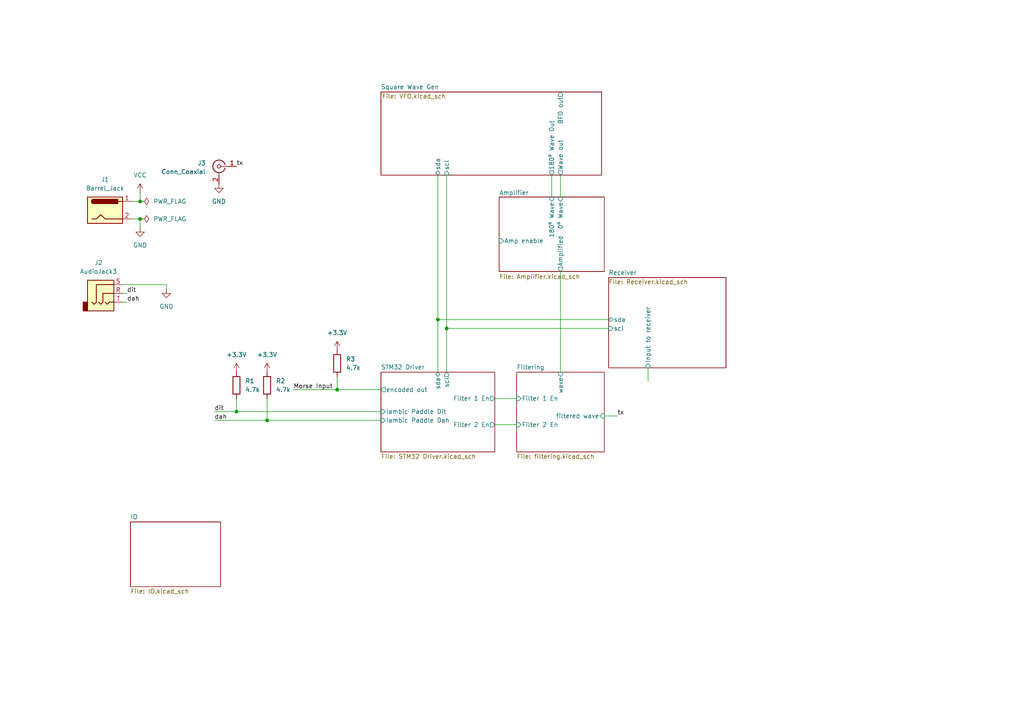
<source format=kicad_sch>
(kicad_sch (version 20231120) (generator "eeschema") (generator_version "8.0")
  (paper "A4")
  (title_block (title "CW HF Transceiver") (rev "1"))
  (lib_symbols
    (symbol "Connector:Barrel_Jack" (pin_names (offset 1.016))
      (property "Reference" "J" (at 0 5.334 0))
      (property "Value" "Barrel_Jack" (at 0 -5.08 0))
      (symbol "Barrel_Jack_0_1"
        (rectangle (start -5.08 3.81) (end 5.08 -3.81) (stroke (width 0.254)) (fill (type background)))
        (arc (start -3.302 3.175) (mid -3.9343 2.54) (end -3.302 1.905) (stroke (width 0.254)))
        (arc (start -3.302 3.175) (mid -3.9343 2.54) (end -3.302 1.905) (stroke (width 0.254)) (fill (type outline)))
        (polyline (pts (xy 5.08 2.54) (xy 3.81 2.54)) (stroke (width 0.254)))
        (polyline (pts (xy -3.81 -2.54) (xy -2.54 -2.54) (xy -1.27 -1.27) (xy 0 -2.54) (xy 2.54 -2.54) (xy 5.08 -2.54)) (stroke (width 0.254)))
        (rectangle (start 3.683 3.175) (end -3.302 1.905) (stroke (width 0.254)) (fill (type outline)))
      )
      (symbol "Barrel_Jack_1_1"
        (pin passive line (at 7.62 2.54 180) (length 2.54) (name "~") (number "1"))
        (pin passive line (at 7.62 -2.54 180) (length 2.54) (name "~") (number "2"))
      )
    )
    (symbol "Connector:Conn_Coaxial" (pin_names (offset 1.016) hide)
      (property "Reference" "J" (at 0.254 3.048 0))
      (property "Value" "Conn_Coaxial" (at 2.921 0 90))
      (symbol "Conn_Coaxial_0_1"
        (arc (start -1.778 -0.508) (mid 0.2311 -1.8066) (end 1.778 0) (stroke (width 0.254)))
        (polyline (pts (xy -2.54 0) (xy -0.508 0)))
        (polyline (pts (xy 0 -2.54) (xy 0 -1.778)))
        (circle (center 0 0) (radius 0.508) (stroke (width 0.2032)))
        (arc (start 1.778 0) (mid 0.2099 1.8101) (end -1.778 0.508) (stroke (width 0.254)))
      )
      (symbol "Conn_Coaxial_1_1"
        (pin passive line (at -5.08 0 0) (length 2.54) (name "In") (number "1"))
        (pin passive line (at 0 -5.08 90) (length 2.54) (name "Ext") (number "2"))
      )
    )
    (symbol "Connector_Audio:AudioJack3"
      (property "Reference" "J" (at 0 8.89 0))
      (property "Value" "AudioJack3" (at 0 6.35 0))
      (symbol "AudioJack3_0_1"
        (rectangle (start -5.08 -5.08) (end -6.35 -2.54) (stroke (width 0.254)) (fill (type outline)))
        (polyline (pts (xy 0 -2.54) (xy 0.635 -3.175) (xy 1.27 -2.54) (xy 2.54 -2.54)) (stroke (width 0.254)))
        (polyline (pts (xy -1.905 -2.54) (xy -1.27 -3.175) (xy -0.635 -2.54) (xy -0.635 0) (xy 2.54 0)) (stroke (width 0.254)))
        (polyline (pts (xy 2.54 2.54) (xy -2.54 2.54) (xy -2.54 -2.54) (xy -3.175 -3.175) (xy -3.81 -2.54)) (stroke (width 0.254)))
        (rectangle (start 2.54 3.81) (end -5.08 -5.08) (stroke (width 0.254)) (fill (type background)))
      )
      (symbol "AudioJack3_1_1"
        (pin passive line (at 5.08 0 180) (length 2.54) (name "~") (number "R"))
        (pin passive line (at 5.08 2.54 180) (length 2.54) (name "~") (number "S"))
        (pin passive line (at 5.08 -2.54 180) (length 2.54) (name "~") (number "T"))
      )
    )
    (symbol "Device:R" (pin_numbers hide) (pin_names (offset 0))
      (property "Reference" "R" (at 2.032 0 90))
      (property "Value" "R" (at 0 0 90))
      (symbol "R_0_1"
        (rectangle (start -1.016 -2.54) (end 1.016 2.54) (stroke (width 0.254)))
      )
      (symbol "R_1_1"
        (pin passive line (at 0 3.81 270) (length 1.27) (name "~") (number "1"))
        (pin passive line (at 0 -3.81 90) (length 1.27) (name "~") (number "2"))
      )
    )
    (symbol "power:+3.3V" (power) (pin_numbers hide) (pin_names (offset 0) hide)
      (property "Value" "+3.3V" (at 0 3.556 0))
      (symbol "+3.3V_0_1"
        (polyline (pts (xy -0.762 1.27) (xy 0 2.54)))
        (polyline (pts (xy 0 0) (xy 0 2.54)))
        (polyline (pts (xy 0 2.54) (xy 0.762 1.27)))
      )
      (symbol "+3.3V_1_1"
        (pin power_in line (at 0 0 90) (length 0) (name "~") (number "1"))
      )
    )
    (symbol "power:GND" (power) (pin_numbers hide) (pin_names (offset 0) hide)
      (property "Value" "GND" (at 0 -3.81 0))
      (symbol "GND_0_1"
        (polyline (pts (xy 0 0) (xy 0 -1.27) (xy 1.27 -1.27) (xy 0 -2.54) (xy -1.27 -1.27) (xy 0 -1.27)))
      )
      (symbol "GND_1_1"
        (pin power_in line (at 0 0 270) (length 0) (name "~") (number "1"))
      )
    )
    (symbol "power:PWR_FLAG" (power) (pin_numbers hide) (pin_names (offset 0) hide)
      (property "Value" "PWR_FLAG" (at 0 3.81 0))
      (symbol "PWR_FLAG_0_0"
        (pin power_out line (at 0 0 90) (length 0) (name "~") (number "1"))
      )
      (symbol "PWR_FLAG_0_1"
        (polyline (pts (xy 0 0) (xy 0 1.27) (xy -1.016 1.905) (xy 0 2.54) (xy 1.016 1.905) (xy 0 1.27)))
      )
    )
    (symbol "power:VCC" (power) (pin_numbers hide) (pin_names (offset 0) hide)
      (property "Value" "VCC" (at 0 3.556 0))
      (symbol "VCC_0_1"
        (polyline (pts (xy -0.762 1.27) (xy 0 2.54)))
        (polyline (pts (xy 0 0) (xy 0 2.54)))
        (polyline (pts (xy 0 2.54) (xy 0.762 1.27)))
      )
      (symbol "VCC_1_1"
        (pin power_in line (at 0 0 90) (length 0) (name "~") (number "1"))
      )
    )
  )
  (junction (at 40.64 58.42))
  (junction (at 68.58 119.38))
  (junction (at 40.64 63.5))
  (junction (at 77.47 121.92))
  (junction (at 129.54 95.25))
  (junction (at 127 92.71))
  (junction (at 97.79 113.03))
  (wire (pts (xy 77.47 115.57) (xy 77.47 121.92)))
  (wire (pts (xy 129.54 50.8) (xy 129.54 95.25)))
  (wire (pts (xy 62.23 121.92) (xy 77.47 121.92)))
  (wire (pts (xy 162.56 78.74) (xy 162.56 107.95)))
  (wire (pts (xy 129.54 95.25) (xy 129.54 107.95)))
  (wire (pts (xy 68.58 115.57) (xy 68.58 119.38)))
  (wire (pts (xy 68.58 119.38) (xy 110.49 119.38)))
  (wire (pts (xy 85.09 113.03) (xy 97.79 113.03)))
  (wire (pts (xy 35.56 87.63) (xy 36.83 87.63)))
  (wire (pts (xy 62.23 119.38) (xy 68.58 119.38)))
  (wire (pts (xy 127 50.8) (xy 127 92.71)))
  (wire (pts (xy 38.1 58.42) (xy 40.64 58.42)))
  (wire (pts (xy 143.51 115.57) (xy 149.86 115.57)))
  (wire (pts (xy 127 92.71) (xy 127 107.95)))
  (wire (pts (xy 35.56 82.55) (xy 48.26 82.55)))
  (wire (pts (xy 175.26 120.65) (xy 179.07 120.65)))
  (wire (pts (xy 187.96 106.68) (xy 187.96 110.49)))
  (wire (pts (xy 97.79 113.03) (xy 110.49 113.03)))
  (wire (pts (xy 129.54 95.25) (xy 176.53 95.25)))
  (wire (pts (xy 162.56 50.8) (xy 162.56 57.15)))
  (wire (pts (xy 97.79 109.22) (xy 97.79 113.03)))
  (wire (pts (xy 40.64 58.42) (xy 40.64 55.88)))
  (wire (pts (xy 35.56 85.09) (xy 36.83 85.09)))
  (wire (pts (xy 176.53 92.71) (xy 127 92.71)))
  (wire (pts (xy 40.64 63.5) (xy 38.1 63.5)))
  (wire (pts (xy 143.51 123.19) (xy 149.86 123.19)))
  (wire (pts (xy 48.26 82.55) (xy 48.26 83.82)))
  (wire (pts (xy 160.02 50.8) (xy 160.02 57.15)))
  (wire (pts (xy 40.64 66.04) (xy 40.64 63.5)))
  (wire (pts (xy 77.47 121.92) (xy 110.49 121.92)))
  (label "dah" (at 36.83 87.63 0))
  (label "Morse Input" (at 85.09 113.03 0))
  (label "dit" (at 62.23 119.38 0))
  (label "dah" (at 62.23 121.92 0))
  (label "tx" (at 68.58 48.26 0))
  (label "tx" (at 179.07 120.65 0))
  (label "dit" (at 36.83 85.09 0))
  (symbol (lib_id "Connector:Conn_Coaxial") (at 63.5 48.26 0) (mirror y) (unit 1)
    (property "Reference" "J3" (at 59.69 47.2831 0) (effects (justify left)))
    (property "Value" "Conn_Coaxial" (at 59.69 49.8231 0) (effects (justify left)))
    (property "Description" "coaxial connector (BNC, SMA, SMB, SMC, Cinch/RCA, LEMO, ...)" (effects (hide yes)))
  )
  (symbol (lib_id "power:+3.3V") (at 97.79 101.6 0) (unit 1)
    (property "Reference" "#PWR010" (effects (hide yes)))
    (property "Value" "+3.3V" (at 97.79 96.52 0))
    (property "Description" "Power symbol creates a global label with name \"+3.3V\"" (effects (hide yes)))
  )
  (symbol (lib_id "power:PWR_FLAG") (at 40.64 63.5 270) (unit 1)
    (property "Reference" "#FLG02" (effects (hide yes)))
    (property "Value" "PWR_FLAG" (at 44.45 63.4999 90) (effects (justify left)))
    (property "Description" "Special symbol for telling ERC where power comes from" (effects (hide yes)))
  )
  (symbol (lib_id "Device:R") (at 68.58 111.76 0) (unit 1)
    (property "Reference" "R1" (at 71.12 110.4899 0) (effects (justify left)))
    (property "Value" "4.7k" (at 71.12 113.0299 0) (effects (justify left)))
    (property "Footprint" "Resistor_SMD:R_0603_1608Metric" (effects (hide yes)))
    (property "Description" "Resistor" (effects (hide yes)))
  )
  (symbol (lib_id "power:PWR_FLAG") (at 40.64 58.42 270) (unit 1)
    (property "Reference" "#FLG01" (effects (hide yes)))
    (property "Value" "PWR_FLAG" (at 44.45 58.4199 90) (effects (justify left)))
    (property "Description" "Special symbol for telling ERC where power comes from" (effects (hide yes)))
  )
  (symbol (lib_id "Device:R") (at 97.79 105.41 0) (unit 1)
    (property "Reference" "R3" (at 100.33 104.1399 0) (effects (justify left)))
    (property "Value" "4.7k" (at 100.33 106.6799 0) (effects (justify left)))
    (property "Footprint" "Resistor_SMD:R_0603_1608Metric" (effects (hide yes)))
    (property "Description" "Resistor" (effects (hide yes)))
  )
  (symbol (lib_id "power:GND") (at 48.26 83.82 0) (unit 1)
    (property "Reference" "#PWR03" (effects (hide yes)))
    (property "Value" "GND" (at 48.26 88.9 0))
    (property "Description" "Power symbol creates a global label with name \"GND\" , ground" (effects (hide yes)))
  )
  (symbol (lib_id "power:+3.3V") (at 68.58 107.95 0) (unit 1)
    (property "Reference" "#PWR07" (effects (hide yes)))
    (property "Value" "+3.3V" (at 68.58 102.87 0))
    (property "Description" "Power symbol creates a global label with name \"+3.3V\"" (effects (hide yes)))
  )
  (symbol (lib_id "power:+3.3V") (at 77.47 107.95 0) (unit 1)
    (property "Reference" "#PWR09" (effects (hide yes)))
    (property "Value" "+3.3V" (at 77.47 102.87 0))
    (property "Description" "Power symbol creates a global label with name \"+3.3V\"" (effects (hide yes)))
  )
  (symbol (lib_id "Connector_Audio:AudioJack3") (at 30.48 85.09 0) (unit 1)
    (property "Reference" "J2" (at 28.575 76.2 0))
    (property "Value" "AudioJack3" (at 28.575 78.74 0))
    (property "Description" "Audio Jack, 3 Poles (Stereo / TRS)" (effects (hide yes)))
  )
  (symbol (lib_id "Connector:Barrel_Jack") (at 30.48 60.96 0) (unit 1)
    (property "Reference" "J1" (at 30.48 52.07 0))
    (property "Value" "Barrel_Jack" (at 30.48 54.61 0))
    (property "Description" "DC Barrel Jack" (effects (hide yes)))
  )
  (symbol (lib_id "power:GND") (at 63.5 53.34 0) (mirror y) (unit 1)
    (property "Reference" "#PWR04" (effects (hide yes)))
    (property "Value" "GND" (at 63.5 58.42 0))
    (property "Description" "Power symbol creates a global label with name \"GND\" , ground" (effects (hide yes)))
  )
  (symbol (lib_id "power:GND") (at 40.64 66.04 0) (unit 1)
    (property "Reference" "#PWR02" (effects (hide yes)))
    (property "Value" "GND" (at 40.64 71.12 0))
    (property "Description" "Power symbol creates a global label with name \"GND\" , ground" (effects (hide yes)))
  )
  (symbol (lib_id "power:VCC") (at 40.64 55.88 0) (unit 1)
    (property "Reference" "#PWR01" (effects (hide yes)))
    (property "Value" "VCC" (at 40.64 50.8 0))
    (property "Description" "Power symbol creates a global label with name \"VCC\"" (effects (hide yes)))
  )
  (symbol (lib_id "Device:R") (at 77.47 111.76 0) (unit 1)
    (property "Reference" "R2" (at 80.01 110.4899 0) (effects (justify left)))
    (property "Value" "4.7k" (at 80.01 113.0299 0) (effects (justify left)))
    (property "Footprint" "Resistor_SMD:R_0603_1608Metric" (effects (hide yes)))
    (property "Description" "Resistor" (effects (hide yes)))
  )
  (sheet (at 144.78 57.15) (size 30.48 21.59) (stroke (width 0.1524))
    (property "Sheetname" "Amplifier" (at 144.78 56.642 0) (effects (justify left bottom)))
    (property "Sheetfile" "Amplifier.kicad_sch" (at 144.78 79.502 0) (effects (justify left top)))
    (pin "0º Wave" input (at 162.56 57.15 90))
    (pin "180º Wave" input (at 160.02 57.15 90))
    (pin "Amplified" output (at 162.56 78.74 270))
    (pin "Amp enable" input (at 144.78 69.85 180))
  )
  (sheet (at 176.53 80.518) (size 34.036 26.162) (stroke (width 0.1524))
    (property "Sheetname" "Receiver" (at 176.53 79.8064 0) (effects (justify left bottom)))
    (property "Sheetfile" "Receiver.kicad_sch" (at 176.53 81.026 0) (effects (justify left top)))
    (pin "Input to receiver" input (at 187.96 106.68 270))
    (pin "sda" bidirectional (at 176.53 92.71 180))
    (pin "scl" input (at 176.53 95.25 180))
  )
  (sheet (at 37.846 151.384) (size 26.162 18.796) (stroke (width 0.1524))
    (property "Sheetname" "IO" (at 37.846 150.6724 0) (effects (justify left bottom)))
    (property "Sheetfile" "IO.kicad_sch" (at 37.846 170.7646 0) (effects (justify left top)))
  )
  (sheet (at 110.49 26.67) (size 64.008 24.13) (stroke (width 0.1524))
    (property "Sheetname" "Square Wave Gen" (at 110.49 25.9584 0) (effects (justify left bottom)))
    (property "Sheetfile" "VFO.kicad_sch" (at 110.744 27.178 0) (effects (justify left top)))
    (pin "sda" bidirectional (at 127 50.8 270))
    (pin "scl" input (at 129.54 50.8 270))
    (pin "BFO out" output (at 162.56 26.67 90))
    (pin "180º Wave Out" output (at 160.02 50.8 270))
    (pin "Wave out" output (at 162.56 50.8 270))
  )
  (sheet (at 149.86 107.95) (size 25.4 23.114) (stroke (width 0.1524))
    (property "Sheetname" "Filtering" (at 149.86 107.2384 0) (effects (justify left bottom)))
    (property "Sheetfile" "filtering.kicad_sch" (at 149.86 131.6486 0) (effects (justify left top)))
    (pin "wave" input (at 162.56 107.95 90))
    (pin "filtered wave" input (at 175.26 120.65 0))
    (pin "Filter 2 En" input (at 149.86 123.19 180))
    (pin "Filter 1 En" input (at 149.86 115.57 180))
  )
  (sheet (at 110.49 107.95) (size 33.02 23.114) (stroke (width 0.1524))
    (property "Sheetname" "STM32 Driver" (at 110.49 107.2384 0) (effects (justify left bottom)))
    (property "Sheetfile" "STM32 Driver.kicad_sch" (at 110.49 131.6486 0) (effects (justify left top)))
    (pin "encoded out" output (at 110.49 113.03 180))
    (pin "scl" output (at 129.54 107.95 90))
    (pin "sda" bidirectional (at 127 107.95 90))
    (pin "Filter 1 En" output (at 143.51 115.57 0))
    (pin "Filter 2 En" output (at 143.51 123.19 0))
    (pin "Iambic Paddle Dit" input (at 110.49 119.38 180))
    (pin "Iambic Paddle Dah" input (at 110.49 121.92 180))
  )
)
</source>
